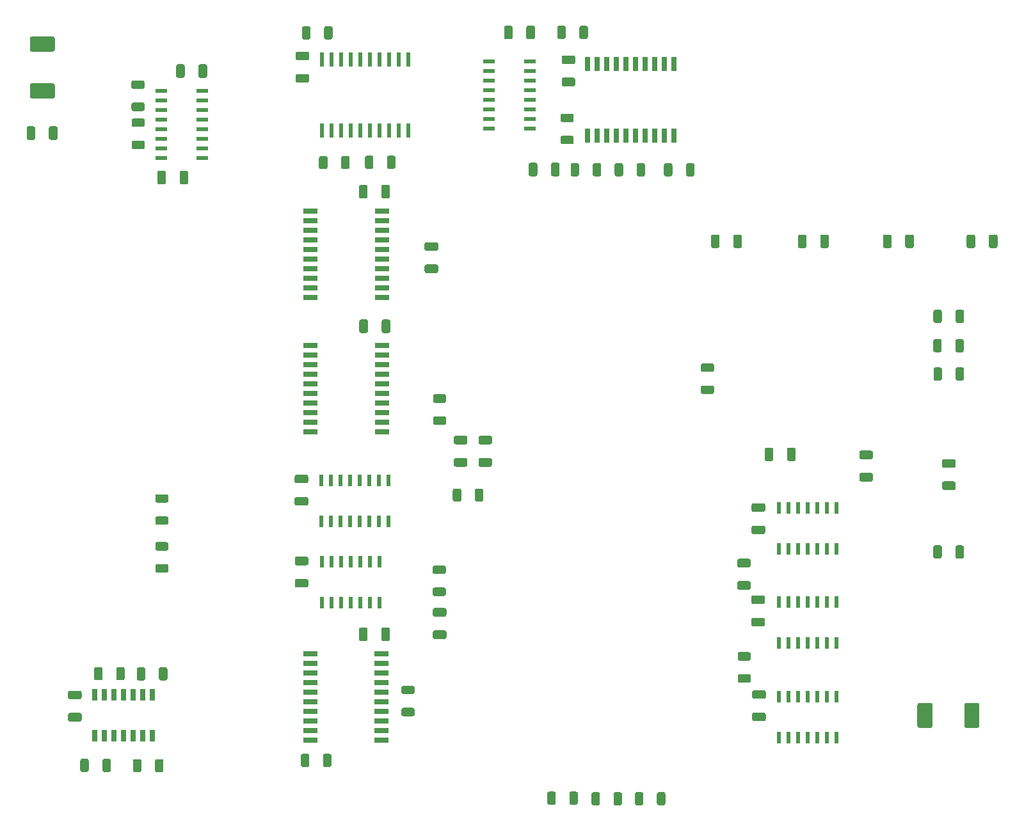
<source format=gbr>
%TF.GenerationSoftware,KiCad,Pcbnew,(5.1.12)-1*%
%TF.CreationDate,2022-10-26T16:15:56+02:00*%
%TF.ProjectId,dueottosei,6475656f-7474-46f7-9365-692e6b696361,rev?*%
%TF.SameCoordinates,Original*%
%TF.FileFunction,Paste,Top*%
%TF.FilePolarity,Positive*%
%FSLAX46Y46*%
G04 Gerber Fmt 4.6, Leading zero omitted, Abs format (unit mm)*
G04 Created by KiCad (PCBNEW (5.1.12)-1) date 2022-10-26 16:15:56*
%MOMM*%
%LPD*%
G01*
G04 APERTURE LIST*
%ADD10R,1.525000X0.600000*%
%ADD11R,0.600000X1.525000*%
%ADD12R,0.600000X1.950000*%
%ADD13R,1.950000X0.650000*%
%ADD14R,0.650000X1.950000*%
%ADD15R,0.650000X1.525000*%
G04 APERTURE END LIST*
D10*
%TO.C,U35*%
X146608000Y-44205000D03*
X146608000Y-45475000D03*
X146608000Y-46745000D03*
X146608000Y-48015000D03*
X146608000Y-49285000D03*
X146608000Y-50555000D03*
X146608000Y-51825000D03*
X146608000Y-53095000D03*
X152032000Y-53095000D03*
X152032000Y-51825000D03*
X152032000Y-50555000D03*
X152032000Y-49285000D03*
X152032000Y-48015000D03*
X152032000Y-46745000D03*
X152032000Y-45475000D03*
X152032000Y-44205000D03*
%TD*%
%TO.C,U36*%
X108642000Y-48045000D03*
X108642000Y-49315000D03*
X108642000Y-50585000D03*
X108642000Y-51855000D03*
X108642000Y-53125000D03*
X108642000Y-54395000D03*
X108642000Y-55665000D03*
X108642000Y-56935000D03*
X103218000Y-56935000D03*
X103218000Y-55665000D03*
X103218000Y-54395000D03*
X103218000Y-53125000D03*
X103218000Y-51855000D03*
X103218000Y-50585000D03*
X103218000Y-49315000D03*
X103218000Y-48045000D03*
%TD*%
D11*
%TO.C,U37*%
X124435000Y-105052000D03*
X125705000Y-105052000D03*
X126975000Y-105052000D03*
X128245000Y-105052000D03*
X129515000Y-105052000D03*
X130785000Y-105052000D03*
X132055000Y-105052000D03*
X133325000Y-105052000D03*
X133325000Y-99628000D03*
X132055000Y-99628000D03*
X130785000Y-99628000D03*
X129515000Y-99628000D03*
X128245000Y-99628000D03*
X126975000Y-99628000D03*
X125705000Y-99628000D03*
X124435000Y-99628000D03*
%TD*%
%TO.C,U43*%
X124460000Y-115852000D03*
X125730000Y-115852000D03*
X127000000Y-115852000D03*
X128270000Y-115852000D03*
X129540000Y-115852000D03*
X130810000Y-115852000D03*
X132080000Y-115852000D03*
X132080000Y-110428000D03*
X130810000Y-110428000D03*
X129540000Y-110428000D03*
X128270000Y-110428000D03*
X127000000Y-110428000D03*
X125730000Y-110428000D03*
X124460000Y-110428000D03*
%TD*%
D12*
%TO.C,U21*%
X124475000Y-53355000D03*
X125745000Y-53355000D03*
X127015000Y-53355000D03*
X128285000Y-53355000D03*
X129555000Y-53355000D03*
X130825000Y-53355000D03*
X132095000Y-53355000D03*
X133365000Y-53355000D03*
X134635000Y-53355000D03*
X135905000Y-53355000D03*
X135905000Y-43905000D03*
X134635000Y-43905000D03*
X133365000Y-43905000D03*
X132095000Y-43905000D03*
X130825000Y-43905000D03*
X129555000Y-43905000D03*
X128285000Y-43905000D03*
X127015000Y-43905000D03*
X125745000Y-43905000D03*
X124475000Y-43905000D03*
%TD*%
D11*
%TO.C,U15*%
X184920000Y-108742000D03*
X186190000Y-108742000D03*
X187460000Y-108742000D03*
X188730000Y-108742000D03*
X190000000Y-108742000D03*
X191270000Y-108742000D03*
X192540000Y-108742000D03*
X192540000Y-103318000D03*
X191270000Y-103318000D03*
X190000000Y-103318000D03*
X188730000Y-103318000D03*
X187460000Y-103318000D03*
X186190000Y-103318000D03*
X184920000Y-103318000D03*
%TD*%
%TO.C,U45*%
X184920000Y-121122000D03*
X186190000Y-121122000D03*
X187460000Y-121122000D03*
X188730000Y-121122000D03*
X190000000Y-121122000D03*
X191270000Y-121122000D03*
X192540000Y-121122000D03*
X192540000Y-115698000D03*
X191270000Y-115698000D03*
X190000000Y-115698000D03*
X188730000Y-115698000D03*
X187460000Y-115698000D03*
X186190000Y-115698000D03*
X184920000Y-115698000D03*
%TD*%
%TO.C,U28*%
X184930000Y-128228000D03*
X186200000Y-128228000D03*
X187470000Y-128228000D03*
X188740000Y-128228000D03*
X190010000Y-128228000D03*
X191280000Y-128228000D03*
X192550000Y-128228000D03*
X192550000Y-133652000D03*
X191280000Y-133652000D03*
X190010000Y-133652000D03*
X188740000Y-133652000D03*
X187470000Y-133652000D03*
X186200000Y-133652000D03*
X184930000Y-133652000D03*
%TD*%
%TO.C,C10*%
G36*
G01*
X86100000Y-40900000D02*
X88900000Y-40900000D01*
G75*
G02*
X89150000Y-41150000I0J-250000D01*
G01*
X89150000Y-42650000D01*
G75*
G02*
X88900000Y-42900000I-250000J0D01*
G01*
X86100000Y-42900000D01*
G75*
G02*
X85850000Y-42650000I0J250000D01*
G01*
X85850000Y-41150000D01*
G75*
G02*
X86100000Y-40900000I250000J0D01*
G01*
G37*
G36*
G01*
X86100000Y-47100000D02*
X88900000Y-47100000D01*
G75*
G02*
X89150000Y-47350000I0J-250000D01*
G01*
X89150000Y-48850000D01*
G75*
G02*
X88900000Y-49100000I-250000J0D01*
G01*
X86100000Y-49100000D01*
G75*
G02*
X85850000Y-48850000I0J250000D01*
G01*
X85850000Y-47350000D01*
G75*
G02*
X86100000Y-47100000I250000J0D01*
G01*
G37*
%TD*%
%TO.C,C11*%
G36*
G01*
X205260000Y-129350000D02*
X205260000Y-132150000D01*
G75*
G02*
X205010000Y-132400000I-250000J0D01*
G01*
X203510000Y-132400000D01*
G75*
G02*
X203260000Y-132150000I0J250000D01*
G01*
X203260000Y-129350000D01*
G75*
G02*
X203510000Y-129100000I250000J0D01*
G01*
X205010000Y-129100000D01*
G75*
G02*
X205260000Y-129350000I0J-250000D01*
G01*
G37*
G36*
G01*
X211460000Y-129350000D02*
X211460000Y-132150000D01*
G75*
G02*
X211210000Y-132400000I-250000J0D01*
G01*
X209710000Y-132400000D01*
G75*
G02*
X209460000Y-132150000I0J250000D01*
G01*
X209460000Y-129350000D01*
G75*
G02*
X209710000Y-129100000I250000J0D01*
G01*
X211210000Y-129100000D01*
G75*
G02*
X211460000Y-129350000I0J-250000D01*
G01*
G37*
%TD*%
%TO.C,C12*%
G36*
G01*
X88370000Y-54330001D02*
X88370000Y-53029999D01*
G75*
G02*
X88619999Y-52780000I249999J0D01*
G01*
X89270001Y-52780000D01*
G75*
G02*
X89520000Y-53029999I0J-249999D01*
G01*
X89520000Y-54330001D01*
G75*
G02*
X89270001Y-54580000I-249999J0D01*
G01*
X88619999Y-54580000D01*
G75*
G02*
X88370000Y-54330001I0J249999D01*
G01*
G37*
G36*
G01*
X85420000Y-54330001D02*
X85420000Y-53029999D01*
G75*
G02*
X85669999Y-52780000I249999J0D01*
G01*
X86320001Y-52780000D01*
G75*
G02*
X86570000Y-53029999I0J-249999D01*
G01*
X86570000Y-54330001D01*
G75*
G02*
X86320001Y-54580000I-249999J0D01*
G01*
X85669999Y-54580000D01*
G75*
G02*
X85420000Y-54330001I0J249999D01*
G01*
G37*
%TD*%
%TO.C,C13*%
G36*
G01*
X139610001Y-72220000D02*
X138309999Y-72220000D01*
G75*
G02*
X138060000Y-71970001I0J249999D01*
G01*
X138060000Y-71319999D01*
G75*
G02*
X138309999Y-71070000I249999J0D01*
G01*
X139610001Y-71070000D01*
G75*
G02*
X139860000Y-71319999I0J-249999D01*
G01*
X139860000Y-71970001D01*
G75*
G02*
X139610001Y-72220000I-249999J0D01*
G01*
G37*
G36*
G01*
X139610001Y-69270000D02*
X138309999Y-69270000D01*
G75*
G02*
X138060000Y-69020001I0J249999D01*
G01*
X138060000Y-68369999D01*
G75*
G02*
X138309999Y-68120000I249999J0D01*
G01*
X139610001Y-68120000D01*
G75*
G02*
X139860000Y-68369999I0J-249999D01*
G01*
X139860000Y-69020001D01*
G75*
G02*
X139610001Y-69270000I-249999J0D01*
G01*
G37*
%TD*%
%TO.C,C14*%
G36*
G01*
X145439999Y-96680000D02*
X146740001Y-96680000D01*
G75*
G02*
X146990000Y-96929999I0J-249999D01*
G01*
X146990000Y-97580001D01*
G75*
G02*
X146740001Y-97830000I-249999J0D01*
G01*
X145439999Y-97830000D01*
G75*
G02*
X145190000Y-97580001I0J249999D01*
G01*
X145190000Y-96929999D01*
G75*
G02*
X145439999Y-96680000I249999J0D01*
G01*
G37*
G36*
G01*
X145439999Y-93730000D02*
X146740001Y-93730000D01*
G75*
G02*
X146990000Y-93979999I0J-249999D01*
G01*
X146990000Y-94630001D01*
G75*
G02*
X146740001Y-94880000I-249999J0D01*
G01*
X145439999Y-94880000D01*
G75*
G02*
X145190000Y-94630001I0J249999D01*
G01*
X145190000Y-93979999D01*
G75*
G02*
X145439999Y-93730000I249999J0D01*
G01*
G37*
%TD*%
%TO.C,C15*%
G36*
G01*
X151830000Y-59150001D02*
X151830000Y-57849999D01*
G75*
G02*
X152079999Y-57600000I249999J0D01*
G01*
X152730001Y-57600000D01*
G75*
G02*
X152980000Y-57849999I0J-249999D01*
G01*
X152980000Y-59150001D01*
G75*
G02*
X152730001Y-59400000I-249999J0D01*
G01*
X152079999Y-59400000D01*
G75*
G02*
X151830000Y-59150001I0J249999D01*
G01*
G37*
G36*
G01*
X154780000Y-59150001D02*
X154780000Y-57849999D01*
G75*
G02*
X155029999Y-57600000I249999J0D01*
G01*
X155680001Y-57600000D01*
G75*
G02*
X155930000Y-57849999I0J-249999D01*
G01*
X155930000Y-59150001D01*
G75*
G02*
X155680001Y-59400000I-249999J0D01*
G01*
X155029999Y-59400000D01*
G75*
G02*
X154780000Y-59150001I0J249999D01*
G01*
G37*
%TD*%
%TO.C,C16*%
G36*
G01*
X130530000Y-60779999D02*
X130530000Y-62080001D01*
G75*
G02*
X130280001Y-62330000I-249999J0D01*
G01*
X129629999Y-62330000D01*
G75*
G02*
X129380000Y-62080001I0J249999D01*
G01*
X129380000Y-60779999D01*
G75*
G02*
X129629999Y-60530000I249999J0D01*
G01*
X130280001Y-60530000D01*
G75*
G02*
X130530000Y-60779999I0J-249999D01*
G01*
G37*
G36*
G01*
X133480000Y-60779999D02*
X133480000Y-62080001D01*
G75*
G02*
X133230001Y-62330000I-249999J0D01*
G01*
X132579999Y-62330000D01*
G75*
G02*
X132330000Y-62080001I0J249999D01*
G01*
X132330000Y-60779999D01*
G75*
G02*
X132579999Y-60530000I249999J0D01*
G01*
X133230001Y-60530000D01*
G75*
G02*
X133480000Y-60779999I0J-249999D01*
G01*
G37*
%TD*%
%TO.C,C17*%
G36*
G01*
X142179999Y-93730000D02*
X143480001Y-93730000D01*
G75*
G02*
X143730000Y-93979999I0J-249999D01*
G01*
X143730000Y-94630001D01*
G75*
G02*
X143480001Y-94880000I-249999J0D01*
G01*
X142179999Y-94880000D01*
G75*
G02*
X141930000Y-94630001I0J249999D01*
G01*
X141930000Y-93979999D01*
G75*
G02*
X142179999Y-93730000I249999J0D01*
G01*
G37*
G36*
G01*
X142179999Y-96680000D02*
X143480001Y-96680000D01*
G75*
G02*
X143730000Y-96929999I0J-249999D01*
G01*
X143730000Y-97580001D01*
G75*
G02*
X143480001Y-97830000I-249999J0D01*
G01*
X142179999Y-97830000D01*
G75*
G02*
X141930000Y-97580001I0J249999D01*
G01*
X141930000Y-96929999D01*
G75*
G02*
X142179999Y-96680000I249999J0D01*
G01*
G37*
%TD*%
%TO.C,C21*%
G36*
G01*
X121239999Y-42900000D02*
X122540001Y-42900000D01*
G75*
G02*
X122790000Y-43149999I0J-249999D01*
G01*
X122790000Y-43800001D01*
G75*
G02*
X122540001Y-44050000I-249999J0D01*
G01*
X121239999Y-44050000D01*
G75*
G02*
X120990000Y-43800001I0J249999D01*
G01*
X120990000Y-43149999D01*
G75*
G02*
X121239999Y-42900000I249999J0D01*
G01*
G37*
G36*
G01*
X121239999Y-45850000D02*
X122540001Y-45850000D01*
G75*
G02*
X122790000Y-46099999I0J-249999D01*
G01*
X122790000Y-46750001D01*
G75*
G02*
X122540001Y-47000000I-249999J0D01*
G01*
X121239999Y-47000000D01*
G75*
G02*
X120990000Y-46750001I0J249999D01*
G01*
X120990000Y-46099999D01*
G75*
G02*
X121239999Y-45850000I249999J0D01*
G01*
G37*
%TD*%
%TO.C,C22*%
G36*
G01*
X197130001Y-96850000D02*
X195829999Y-96850000D01*
G75*
G02*
X195580000Y-96600001I0J249999D01*
G01*
X195580000Y-95949999D01*
G75*
G02*
X195829999Y-95700000I249999J0D01*
G01*
X197130001Y-95700000D01*
G75*
G02*
X197380000Y-95949999I0J-249999D01*
G01*
X197380000Y-96600001D01*
G75*
G02*
X197130001Y-96850000I-249999J0D01*
G01*
G37*
G36*
G01*
X197130001Y-99800000D02*
X195829999Y-99800000D01*
G75*
G02*
X195580000Y-99550001I0J249999D01*
G01*
X195580000Y-98899999D01*
G75*
G02*
X195829999Y-98650000I249999J0D01*
G01*
X197130001Y-98650000D01*
G75*
G02*
X197380000Y-98899999I0J-249999D01*
G01*
X197380000Y-99550001D01*
G75*
G02*
X197130001Y-99800000I-249999J0D01*
G01*
G37*
%TD*%
%TO.C,C23*%
G36*
G01*
X121119999Y-98880000D02*
X122420001Y-98880000D01*
G75*
G02*
X122670000Y-99129999I0J-249999D01*
G01*
X122670000Y-99780001D01*
G75*
G02*
X122420001Y-100030000I-249999J0D01*
G01*
X121119999Y-100030000D01*
G75*
G02*
X120870000Y-99780001I0J249999D01*
G01*
X120870000Y-99129999D01*
G75*
G02*
X121119999Y-98880000I249999J0D01*
G01*
G37*
G36*
G01*
X121119999Y-101830000D02*
X122420001Y-101830000D01*
G75*
G02*
X122670000Y-102079999I0J-249999D01*
G01*
X122670000Y-102730001D01*
G75*
G02*
X122420001Y-102980000I-249999J0D01*
G01*
X121119999Y-102980000D01*
G75*
G02*
X120870000Y-102730001I0J249999D01*
G01*
X120870000Y-102079999D01*
G75*
G02*
X121119999Y-101830000I249999J0D01*
G01*
G37*
%TD*%
%TO.C,C24*%
G36*
G01*
X130530000Y-119369999D02*
X130530000Y-120670001D01*
G75*
G02*
X130280001Y-120920000I-249999J0D01*
G01*
X129629999Y-120920000D01*
G75*
G02*
X129380000Y-120670001I0J249999D01*
G01*
X129380000Y-119369999D01*
G75*
G02*
X129629999Y-119120000I249999J0D01*
G01*
X130280001Y-119120000D01*
G75*
G02*
X130530000Y-119369999I0J-249999D01*
G01*
G37*
G36*
G01*
X133480000Y-119369999D02*
X133480000Y-120670001D01*
G75*
G02*
X133230001Y-120920000I-249999J0D01*
G01*
X132579999Y-120920000D01*
G75*
G02*
X132330000Y-120670001I0J249999D01*
G01*
X132330000Y-119369999D01*
G75*
G02*
X132579999Y-119120000I249999J0D01*
G01*
X133230001Y-119120000D01*
G75*
G02*
X133480000Y-119369999I0J-249999D01*
G01*
G37*
%TD*%
%TO.C,C25*%
G36*
G01*
X91139999Y-127470000D02*
X92440001Y-127470000D01*
G75*
G02*
X92690000Y-127719999I0J-249999D01*
G01*
X92690000Y-128370001D01*
G75*
G02*
X92440001Y-128620000I-249999J0D01*
G01*
X91139999Y-128620000D01*
G75*
G02*
X90890000Y-128370001I0J249999D01*
G01*
X90890000Y-127719999D01*
G75*
G02*
X91139999Y-127470000I249999J0D01*
G01*
G37*
G36*
G01*
X91139999Y-130420000D02*
X92440001Y-130420000D01*
G75*
G02*
X92690000Y-130669999I0J-249999D01*
G01*
X92690000Y-131320001D01*
G75*
G02*
X92440001Y-131570000I-249999J0D01*
G01*
X91139999Y-131570000D01*
G75*
G02*
X90890000Y-131320001I0J249999D01*
G01*
X90890000Y-130669999D01*
G75*
G02*
X91139999Y-130420000I249999J0D01*
G01*
G37*
%TD*%
%TO.C,C27*%
G36*
G01*
X122440001Y-110880000D02*
X121139999Y-110880000D01*
G75*
G02*
X120890000Y-110630001I0J249999D01*
G01*
X120890000Y-109979999D01*
G75*
G02*
X121139999Y-109730000I249999J0D01*
G01*
X122440001Y-109730000D01*
G75*
G02*
X122690000Y-109979999I0J-249999D01*
G01*
X122690000Y-110630001D01*
G75*
G02*
X122440001Y-110880000I-249999J0D01*
G01*
G37*
G36*
G01*
X122440001Y-113830000D02*
X121139999Y-113830000D01*
G75*
G02*
X120890000Y-113580001I0J249999D01*
G01*
X120890000Y-112929999D01*
G75*
G02*
X121139999Y-112680000I249999J0D01*
G01*
X122440001Y-112680000D01*
G75*
G02*
X122690000Y-112929999I0J-249999D01*
G01*
X122690000Y-113580001D01*
G75*
G02*
X122440001Y-113830000I-249999J0D01*
G01*
G37*
%TD*%
%TO.C,C28*%
G36*
G01*
X156439999Y-43400000D02*
X157740001Y-43400000D01*
G75*
G02*
X157990000Y-43649999I0J-249999D01*
G01*
X157990000Y-44300001D01*
G75*
G02*
X157740001Y-44550000I-249999J0D01*
G01*
X156439999Y-44550000D01*
G75*
G02*
X156190000Y-44300001I0J249999D01*
G01*
X156190000Y-43649999D01*
G75*
G02*
X156439999Y-43400000I249999J0D01*
G01*
G37*
G36*
G01*
X156439999Y-46350000D02*
X157740001Y-46350000D01*
G75*
G02*
X157990000Y-46599999I0J-249999D01*
G01*
X157990000Y-47250001D01*
G75*
G02*
X157740001Y-47500000I-249999J0D01*
G01*
X156439999Y-47500000D01*
G75*
G02*
X156190000Y-47250001I0J249999D01*
G01*
X156190000Y-46599999D01*
G75*
G02*
X156439999Y-46350000I249999J0D01*
G01*
G37*
%TD*%
%TO.C,C29*%
G36*
G01*
X149720000Y-39709999D02*
X149720000Y-41010001D01*
G75*
G02*
X149470001Y-41260000I-249999J0D01*
G01*
X148819999Y-41260000D01*
G75*
G02*
X148570000Y-41010001I0J249999D01*
G01*
X148570000Y-39709999D01*
G75*
G02*
X148819999Y-39460000I249999J0D01*
G01*
X149470001Y-39460000D01*
G75*
G02*
X149720000Y-39709999I0J-249999D01*
G01*
G37*
G36*
G01*
X152670000Y-39709999D02*
X152670000Y-41010001D01*
G75*
G02*
X152420001Y-41260000I-249999J0D01*
G01*
X151769999Y-41260000D01*
G75*
G02*
X151520000Y-41010001I0J249999D01*
G01*
X151520000Y-39709999D01*
G75*
G02*
X151769999Y-39460000I249999J0D01*
G01*
X152420001Y-39460000D01*
G75*
G02*
X152670000Y-39709999I0J-249999D01*
G01*
G37*
%TD*%
%TO.C,C31*%
G36*
G01*
X209760000Y-68650001D02*
X209760000Y-67349999D01*
G75*
G02*
X210009999Y-67100000I249999J0D01*
G01*
X210660001Y-67100000D01*
G75*
G02*
X210910000Y-67349999I0J-249999D01*
G01*
X210910000Y-68650001D01*
G75*
G02*
X210660001Y-68900000I-249999J0D01*
G01*
X210009999Y-68900000D01*
G75*
G02*
X209760000Y-68650001I0J249999D01*
G01*
G37*
G36*
G01*
X212710000Y-68650001D02*
X212710000Y-67349999D01*
G75*
G02*
X212959999Y-67100000I249999J0D01*
G01*
X213610001Y-67100000D01*
G75*
G02*
X213860000Y-67349999I0J-249999D01*
G01*
X213860000Y-68650001D01*
G75*
G02*
X213610001Y-68900000I-249999J0D01*
G01*
X212959999Y-68900000D01*
G75*
G02*
X212710000Y-68650001I0J249999D01*
G01*
G37*
%TD*%
%TO.C,C32*%
G36*
G01*
X198700000Y-68650001D02*
X198700000Y-67349999D01*
G75*
G02*
X198949999Y-67100000I249999J0D01*
G01*
X199600001Y-67100000D01*
G75*
G02*
X199850000Y-67349999I0J-249999D01*
G01*
X199850000Y-68650001D01*
G75*
G02*
X199600001Y-68900000I-249999J0D01*
G01*
X198949999Y-68900000D01*
G75*
G02*
X198700000Y-68650001I0J249999D01*
G01*
G37*
G36*
G01*
X201650000Y-68650001D02*
X201650000Y-67349999D01*
G75*
G02*
X201899999Y-67100000I249999J0D01*
G01*
X202550001Y-67100000D01*
G75*
G02*
X202800000Y-67349999I0J-249999D01*
G01*
X202800000Y-68650001D01*
G75*
G02*
X202550001Y-68900000I-249999J0D01*
G01*
X201899999Y-68900000D01*
G75*
G02*
X201650000Y-68650001I0J249999D01*
G01*
G37*
%TD*%
%TO.C,C33*%
G36*
G01*
X190400000Y-68650001D02*
X190400000Y-67349999D01*
G75*
G02*
X190649999Y-67100000I249999J0D01*
G01*
X191300001Y-67100000D01*
G75*
G02*
X191550000Y-67349999I0J-249999D01*
G01*
X191550000Y-68650001D01*
G75*
G02*
X191300001Y-68900000I-249999J0D01*
G01*
X190649999Y-68900000D01*
G75*
G02*
X190400000Y-68650001I0J249999D01*
G01*
G37*
G36*
G01*
X187450000Y-68650001D02*
X187450000Y-67349999D01*
G75*
G02*
X187699999Y-67100000I249999J0D01*
G01*
X188350001Y-67100000D01*
G75*
G02*
X188600000Y-67349999I0J-249999D01*
G01*
X188600000Y-68650001D01*
G75*
G02*
X188350001Y-68900000I-249999J0D01*
G01*
X187699999Y-68900000D01*
G75*
G02*
X187450000Y-68650001I0J249999D01*
G01*
G37*
%TD*%
%TO.C,C34*%
G36*
G01*
X175950000Y-68650001D02*
X175950000Y-67349999D01*
G75*
G02*
X176199999Y-67100000I249999J0D01*
G01*
X176850001Y-67100000D01*
G75*
G02*
X177100000Y-67349999I0J-249999D01*
G01*
X177100000Y-68650001D01*
G75*
G02*
X176850001Y-68900000I-249999J0D01*
G01*
X176199999Y-68900000D01*
G75*
G02*
X175950000Y-68650001I0J249999D01*
G01*
G37*
G36*
G01*
X178900000Y-68650001D02*
X178900000Y-67349999D01*
G75*
G02*
X179149999Y-67100000I249999J0D01*
G01*
X179800001Y-67100000D01*
G75*
G02*
X180050000Y-67349999I0J-249999D01*
G01*
X180050000Y-68650001D01*
G75*
G02*
X179800001Y-68900000I-249999J0D01*
G01*
X179149999Y-68900000D01*
G75*
G02*
X178900000Y-68650001I0J249999D01*
G01*
G37*
%TD*%
%TO.C,C35*%
G36*
G01*
X103850000Y-58919999D02*
X103850000Y-60220001D01*
G75*
G02*
X103600001Y-60470000I-249999J0D01*
G01*
X102949999Y-60470000D01*
G75*
G02*
X102700000Y-60220001I0J249999D01*
G01*
X102700000Y-58919999D01*
G75*
G02*
X102949999Y-58670000I249999J0D01*
G01*
X103600001Y-58670000D01*
G75*
G02*
X103850000Y-58919999I0J-249999D01*
G01*
G37*
G36*
G01*
X106800000Y-58919999D02*
X106800000Y-60220001D01*
G75*
G02*
X106550001Y-60470000I-249999J0D01*
G01*
X105899999Y-60470000D01*
G75*
G02*
X105650000Y-60220001I0J249999D01*
G01*
X105650000Y-58919999D01*
G75*
G02*
X105899999Y-58670000I249999J0D01*
G01*
X106550001Y-58670000D01*
G75*
G02*
X106800000Y-58919999I0J-249999D01*
G01*
G37*
%TD*%
%TO.C,C36*%
G36*
G01*
X109290000Y-44819999D02*
X109290000Y-46120001D01*
G75*
G02*
X109040001Y-46370000I-249999J0D01*
G01*
X108389999Y-46370000D01*
G75*
G02*
X108140000Y-46120001I0J249999D01*
G01*
X108140000Y-44819999D01*
G75*
G02*
X108389999Y-44570000I249999J0D01*
G01*
X109040001Y-44570000D01*
G75*
G02*
X109290000Y-44819999I0J-249999D01*
G01*
G37*
G36*
G01*
X106340000Y-44819999D02*
X106340000Y-46120001D01*
G75*
G02*
X106090001Y-46370000I-249999J0D01*
G01*
X105439999Y-46370000D01*
G75*
G02*
X105190000Y-46120001I0J249999D01*
G01*
X105190000Y-44819999D01*
G75*
G02*
X105439999Y-44570000I249999J0D01*
G01*
X106090001Y-44570000D01*
G75*
G02*
X106340000Y-44819999I0J-249999D01*
G01*
G37*
%TD*%
%TO.C,C37*%
G36*
G01*
X182950001Y-128560000D02*
X181649999Y-128560000D01*
G75*
G02*
X181400000Y-128310001I0J249999D01*
G01*
X181400000Y-127659999D01*
G75*
G02*
X181649999Y-127410000I249999J0D01*
G01*
X182950001Y-127410000D01*
G75*
G02*
X183200000Y-127659999I0J-249999D01*
G01*
X183200000Y-128310001D01*
G75*
G02*
X182950001Y-128560000I-249999J0D01*
G01*
G37*
G36*
G01*
X182950001Y-131510000D02*
X181649999Y-131510000D01*
G75*
G02*
X181400000Y-131260001I0J249999D01*
G01*
X181400000Y-130609999D01*
G75*
G02*
X181649999Y-130360000I249999J0D01*
G01*
X182950001Y-130360000D01*
G75*
G02*
X183200000Y-130609999I0J-249999D01*
G01*
X183200000Y-131260001D01*
G75*
G02*
X182950001Y-131510000I-249999J0D01*
G01*
G37*
%TD*%
%TO.C,C41*%
G36*
G01*
X182840001Y-118970000D02*
X181539999Y-118970000D01*
G75*
G02*
X181290000Y-118720001I0J249999D01*
G01*
X181290000Y-118069999D01*
G75*
G02*
X181539999Y-117820000I249999J0D01*
G01*
X182840001Y-117820000D01*
G75*
G02*
X183090000Y-118069999I0J-249999D01*
G01*
X183090000Y-118720001D01*
G75*
G02*
X182840001Y-118970000I-249999J0D01*
G01*
G37*
G36*
G01*
X182840001Y-116020000D02*
X181539999Y-116020000D01*
G75*
G02*
X181290000Y-115770001I0J249999D01*
G01*
X181290000Y-115119999D01*
G75*
G02*
X181539999Y-114870000I249999J0D01*
G01*
X182840001Y-114870000D01*
G75*
G02*
X183090000Y-115119999I0J-249999D01*
G01*
X183090000Y-115770001D01*
G75*
G02*
X182840001Y-116020000I-249999J0D01*
G01*
G37*
%TD*%
%TO.C,C42*%
G36*
G01*
X181569999Y-105620000D02*
X182870001Y-105620000D01*
G75*
G02*
X183120000Y-105869999I0J-249999D01*
G01*
X183120000Y-106520001D01*
G75*
G02*
X182870001Y-106770000I-249999J0D01*
G01*
X181569999Y-106770000D01*
G75*
G02*
X181320000Y-106520001I0J249999D01*
G01*
X181320000Y-105869999D01*
G75*
G02*
X181569999Y-105620000I249999J0D01*
G01*
G37*
G36*
G01*
X181569999Y-102670000D02*
X182870001Y-102670000D01*
G75*
G02*
X183120000Y-102919999I0J-249999D01*
G01*
X183120000Y-103570001D01*
G75*
G02*
X182870001Y-103820000I-249999J0D01*
G01*
X181569999Y-103820000D01*
G75*
G02*
X181320000Y-103570001I0J249999D01*
G01*
X181320000Y-102919999D01*
G75*
G02*
X181569999Y-102670000I249999J0D01*
G01*
G37*
%TD*%
%TO.C,C43*%
G36*
G01*
X183050000Y-96850001D02*
X183050000Y-95549999D01*
G75*
G02*
X183299999Y-95300000I249999J0D01*
G01*
X183950001Y-95300000D01*
G75*
G02*
X184200000Y-95549999I0J-249999D01*
G01*
X184200000Y-96850001D01*
G75*
G02*
X183950001Y-97100000I-249999J0D01*
G01*
X183299999Y-97100000D01*
G75*
G02*
X183050000Y-96850001I0J249999D01*
G01*
G37*
G36*
G01*
X186000000Y-96850001D02*
X186000000Y-95549999D01*
G75*
G02*
X186249999Y-95300000I249999J0D01*
G01*
X186900001Y-95300000D01*
G75*
G02*
X187150000Y-95549999I0J-249999D01*
G01*
X187150000Y-96850001D01*
G75*
G02*
X186900001Y-97100000I-249999J0D01*
G01*
X186249999Y-97100000D01*
G75*
G02*
X186000000Y-96850001I0J249999D01*
G01*
G37*
%TD*%
%TO.C,C44*%
G36*
G01*
X208070001Y-97970000D02*
X206769999Y-97970000D01*
G75*
G02*
X206520000Y-97720001I0J249999D01*
G01*
X206520000Y-97069999D01*
G75*
G02*
X206769999Y-96820000I249999J0D01*
G01*
X208070001Y-96820000D01*
G75*
G02*
X208320000Y-97069999I0J-249999D01*
G01*
X208320000Y-97720001D01*
G75*
G02*
X208070001Y-97970000I-249999J0D01*
G01*
G37*
G36*
G01*
X208070001Y-100920000D02*
X206769999Y-100920000D01*
G75*
G02*
X206520000Y-100670001I0J249999D01*
G01*
X206520000Y-100019999D01*
G75*
G02*
X206769999Y-99770000I249999J0D01*
G01*
X208070001Y-99770000D01*
G75*
G02*
X208320000Y-100019999I0J-249999D01*
G01*
X208320000Y-100670001D01*
G75*
G02*
X208070001Y-100920000I-249999J0D01*
G01*
G37*
%TD*%
%TO.C,C45*%
G36*
G01*
X140700001Y-120640000D02*
X139399999Y-120640000D01*
G75*
G02*
X139150000Y-120390001I0J249999D01*
G01*
X139150000Y-119739999D01*
G75*
G02*
X139399999Y-119490000I249999J0D01*
G01*
X140700001Y-119490000D01*
G75*
G02*
X140950000Y-119739999I0J-249999D01*
G01*
X140950000Y-120390001D01*
G75*
G02*
X140700001Y-120640000I-249999J0D01*
G01*
G37*
G36*
G01*
X140700001Y-117690000D02*
X139399999Y-117690000D01*
G75*
G02*
X139150000Y-117440001I0J249999D01*
G01*
X139150000Y-116789999D01*
G75*
G02*
X139399999Y-116540000I249999J0D01*
G01*
X140700001Y-116540000D01*
G75*
G02*
X140950000Y-116789999I0J-249999D01*
G01*
X140950000Y-117440001D01*
G75*
G02*
X140700001Y-117690000I-249999J0D01*
G01*
G37*
%TD*%
%TO.C,C46*%
G36*
G01*
X180960001Y-111170000D02*
X179659999Y-111170000D01*
G75*
G02*
X179410000Y-110920001I0J249999D01*
G01*
X179410000Y-110269999D01*
G75*
G02*
X179659999Y-110020000I249999J0D01*
G01*
X180960001Y-110020000D01*
G75*
G02*
X181210000Y-110269999I0J-249999D01*
G01*
X181210000Y-110920001D01*
G75*
G02*
X180960001Y-111170000I-249999J0D01*
G01*
G37*
G36*
G01*
X180960001Y-114120000D02*
X179659999Y-114120000D01*
G75*
G02*
X179410000Y-113870001I0J249999D01*
G01*
X179410000Y-113219999D01*
G75*
G02*
X179659999Y-112970000I249999J0D01*
G01*
X180960001Y-112970000D01*
G75*
G02*
X181210000Y-113219999I0J-249999D01*
G01*
X181210000Y-113870001D01*
G75*
G02*
X180960001Y-114120000I-249999J0D01*
G01*
G37*
%TD*%
%TO.C,R11*%
G36*
G01*
X139374997Y-110905000D02*
X140625003Y-110905000D01*
G75*
G02*
X140875000Y-111154997I0J-249997D01*
G01*
X140875000Y-111780003D01*
G75*
G02*
X140625003Y-112030000I-249997J0D01*
G01*
X139374997Y-112030000D01*
G75*
G02*
X139125000Y-111780003I0J249997D01*
G01*
X139125000Y-111154997D01*
G75*
G02*
X139374997Y-110905000I249997J0D01*
G01*
G37*
G36*
G01*
X139374997Y-113830000D02*
X140625003Y-113830000D01*
G75*
G02*
X140875000Y-114079997I0J-249997D01*
G01*
X140875000Y-114705003D01*
G75*
G02*
X140625003Y-114955000I-249997J0D01*
G01*
X139374997Y-114955000D01*
G75*
G02*
X139125000Y-114705003I0J249997D01*
G01*
X139125000Y-114079997D01*
G75*
G02*
X139374997Y-113830000I249997J0D01*
G01*
G37*
%TD*%
%TO.C,R12*%
G36*
G01*
X176095003Y-88215000D02*
X174844997Y-88215000D01*
G75*
G02*
X174595000Y-87965003I0J249997D01*
G01*
X174595000Y-87339997D01*
G75*
G02*
X174844997Y-87090000I249997J0D01*
G01*
X176095003Y-87090000D01*
G75*
G02*
X176345000Y-87339997I0J-249997D01*
G01*
X176345000Y-87965003D01*
G75*
G02*
X176095003Y-88215000I-249997J0D01*
G01*
G37*
G36*
G01*
X176095003Y-85290000D02*
X174844997Y-85290000D01*
G75*
G02*
X174595000Y-85040003I0J249997D01*
G01*
X174595000Y-84414997D01*
G75*
G02*
X174844997Y-84165000I249997J0D01*
G01*
X176095003Y-84165000D01*
G75*
G02*
X176345000Y-84414997I0J-249997D01*
G01*
X176345000Y-85040003D01*
G75*
G02*
X176095003Y-85290000I-249997J0D01*
G01*
G37*
%TD*%
%TO.C,R13*%
G36*
G01*
X102684997Y-104400000D02*
X103935003Y-104400000D01*
G75*
G02*
X104185000Y-104649997I0J-249997D01*
G01*
X104185000Y-105275003D01*
G75*
G02*
X103935003Y-105525000I-249997J0D01*
G01*
X102684997Y-105525000D01*
G75*
G02*
X102435000Y-105275003I0J249997D01*
G01*
X102435000Y-104649997D01*
G75*
G02*
X102684997Y-104400000I249997J0D01*
G01*
G37*
G36*
G01*
X102684997Y-101475000D02*
X103935003Y-101475000D01*
G75*
G02*
X104185000Y-101724997I0J-249997D01*
G01*
X104185000Y-102350003D01*
G75*
G02*
X103935003Y-102600000I-249997J0D01*
G01*
X102684997Y-102600000D01*
G75*
G02*
X102435000Y-102350003I0J249997D01*
G01*
X102435000Y-101724997D01*
G75*
G02*
X102684997Y-101475000I249997J0D01*
G01*
G37*
%TD*%
%TO.C,R14*%
G36*
G01*
X103935003Y-111865000D02*
X102684997Y-111865000D01*
G75*
G02*
X102435000Y-111615003I0J249997D01*
G01*
X102435000Y-110989997D01*
G75*
G02*
X102684997Y-110740000I249997J0D01*
G01*
X103935003Y-110740000D01*
G75*
G02*
X104185000Y-110989997I0J-249997D01*
G01*
X104185000Y-111615003D01*
G75*
G02*
X103935003Y-111865000I-249997J0D01*
G01*
G37*
G36*
G01*
X103935003Y-108940000D02*
X102684997Y-108940000D01*
G75*
G02*
X102435000Y-108690003I0J249997D01*
G01*
X102435000Y-108064997D01*
G75*
G02*
X102684997Y-107815000I249997J0D01*
G01*
X103935003Y-107815000D01*
G75*
G02*
X104185000Y-108064997I0J-249997D01*
G01*
X104185000Y-108690003D01*
G75*
G02*
X103935003Y-108940000I-249997J0D01*
G01*
G37*
%TD*%
%TO.C,R15*%
G36*
G01*
X139424997Y-91170000D02*
X140675003Y-91170000D01*
G75*
G02*
X140925000Y-91419997I0J-249997D01*
G01*
X140925000Y-92045003D01*
G75*
G02*
X140675003Y-92295000I-249997J0D01*
G01*
X139424997Y-92295000D01*
G75*
G02*
X139175000Y-92045003I0J249997D01*
G01*
X139175000Y-91419997D01*
G75*
G02*
X139424997Y-91170000I249997J0D01*
G01*
G37*
G36*
G01*
X139424997Y-88245000D02*
X140675003Y-88245000D01*
G75*
G02*
X140925000Y-88494997I0J-249997D01*
G01*
X140925000Y-89120003D01*
G75*
G02*
X140675003Y-89370000I-249997J0D01*
G01*
X139424997Y-89370000D01*
G75*
G02*
X139175000Y-89120003I0J249997D01*
G01*
X139175000Y-88494997D01*
G75*
G02*
X139424997Y-88245000I249997J0D01*
G01*
G37*
%TD*%
%TO.C,R16*%
G36*
G01*
X209425000Y-77304997D02*
X209425000Y-78555003D01*
G75*
G02*
X209175003Y-78805000I-249997J0D01*
G01*
X208549997Y-78805000D01*
G75*
G02*
X208300000Y-78555003I0J249997D01*
G01*
X208300000Y-77304997D01*
G75*
G02*
X208549997Y-77055000I249997J0D01*
G01*
X209175003Y-77055000D01*
G75*
G02*
X209425000Y-77304997I0J-249997D01*
G01*
G37*
G36*
G01*
X206500000Y-77304997D02*
X206500000Y-78555003D01*
G75*
G02*
X206250003Y-78805000I-249997J0D01*
G01*
X205624997Y-78805000D01*
G75*
G02*
X205375000Y-78555003I0J249997D01*
G01*
X205375000Y-77304997D01*
G75*
G02*
X205624997Y-77055000I249997J0D01*
G01*
X206250003Y-77055000D01*
G75*
G02*
X206500000Y-77304997I0J-249997D01*
G01*
G37*
%TD*%
%TO.C,R17*%
G36*
G01*
X206480000Y-81194997D02*
X206480000Y-82445003D01*
G75*
G02*
X206230003Y-82695000I-249997J0D01*
G01*
X205604997Y-82695000D01*
G75*
G02*
X205355000Y-82445003I0J249997D01*
G01*
X205355000Y-81194997D01*
G75*
G02*
X205604997Y-80945000I249997J0D01*
G01*
X206230003Y-80945000D01*
G75*
G02*
X206480000Y-81194997I0J-249997D01*
G01*
G37*
G36*
G01*
X209405000Y-81194997D02*
X209405000Y-82445003D01*
G75*
G02*
X209155003Y-82695000I-249997J0D01*
G01*
X208529997Y-82695000D01*
G75*
G02*
X208280000Y-82445003I0J249997D01*
G01*
X208280000Y-81194997D01*
G75*
G02*
X208529997Y-80945000I249997J0D01*
G01*
X209155003Y-80945000D01*
G75*
G02*
X209405000Y-81194997I0J-249997D01*
G01*
G37*
%TD*%
%TO.C,R31*%
G36*
G01*
X157545003Y-55155000D02*
X156294997Y-55155000D01*
G75*
G02*
X156045000Y-54905003I0J249997D01*
G01*
X156045000Y-54279997D01*
G75*
G02*
X156294997Y-54030000I249997J0D01*
G01*
X157545003Y-54030000D01*
G75*
G02*
X157795000Y-54279997I0J-249997D01*
G01*
X157795000Y-54905003D01*
G75*
G02*
X157545003Y-55155000I-249997J0D01*
G01*
G37*
G36*
G01*
X157545003Y-52230000D02*
X156294997Y-52230000D01*
G75*
G02*
X156045000Y-51980003I0J249997D01*
G01*
X156045000Y-51354997D01*
G75*
G02*
X156294997Y-51105000I249997J0D01*
G01*
X157545003Y-51105000D01*
G75*
G02*
X157795000Y-51354997I0J-249997D01*
G01*
X157795000Y-51980003D01*
G75*
G02*
X157545003Y-52230000I-249997J0D01*
G01*
G37*
%TD*%
%TO.C,R32*%
G36*
G01*
X164320000Y-57904997D02*
X164320000Y-59155003D01*
G75*
G02*
X164070003Y-59405000I-249997J0D01*
G01*
X163444997Y-59405000D01*
G75*
G02*
X163195000Y-59155003I0J249997D01*
G01*
X163195000Y-57904997D01*
G75*
G02*
X163444997Y-57655000I249997J0D01*
G01*
X164070003Y-57655000D01*
G75*
G02*
X164320000Y-57904997I0J-249997D01*
G01*
G37*
G36*
G01*
X167245000Y-57904997D02*
X167245000Y-59155003D01*
G75*
G02*
X166995003Y-59405000I-249997J0D01*
G01*
X166369997Y-59405000D01*
G75*
G02*
X166120000Y-59155003I0J249997D01*
G01*
X166120000Y-57904997D01*
G75*
G02*
X166369997Y-57655000I249997J0D01*
G01*
X166995003Y-57655000D01*
G75*
G02*
X167245000Y-57904997I0J-249997D01*
G01*
G37*
%TD*%
%TO.C,R33*%
G36*
G01*
X173775000Y-57904997D02*
X173775000Y-59155003D01*
G75*
G02*
X173525003Y-59405000I-249997J0D01*
G01*
X172899997Y-59405000D01*
G75*
G02*
X172650000Y-59155003I0J249997D01*
G01*
X172650000Y-57904997D01*
G75*
G02*
X172899997Y-57655000I249997J0D01*
G01*
X173525003Y-57655000D01*
G75*
G02*
X173775000Y-57904997I0J-249997D01*
G01*
G37*
G36*
G01*
X170850000Y-57904997D02*
X170850000Y-59155003D01*
G75*
G02*
X170600003Y-59405000I-249997J0D01*
G01*
X169974997Y-59405000D01*
G75*
G02*
X169725000Y-59155003I0J249997D01*
G01*
X169725000Y-57904997D01*
G75*
G02*
X169974997Y-57655000I249997J0D01*
G01*
X170600003Y-57655000D01*
G75*
G02*
X170850000Y-57904997I0J-249997D01*
G01*
G37*
%TD*%
%TO.C,R34*%
G36*
G01*
X156740000Y-39724997D02*
X156740000Y-40975003D01*
G75*
G02*
X156490003Y-41225000I-249997J0D01*
G01*
X155864997Y-41225000D01*
G75*
G02*
X155615000Y-40975003I0J249997D01*
G01*
X155615000Y-39724997D01*
G75*
G02*
X155864997Y-39475000I249997J0D01*
G01*
X156490003Y-39475000D01*
G75*
G02*
X156740000Y-39724997I0J-249997D01*
G01*
G37*
G36*
G01*
X159665000Y-39724997D02*
X159665000Y-40975003D01*
G75*
G02*
X159415003Y-41225000I-249997J0D01*
G01*
X158789997Y-41225000D01*
G75*
G02*
X158540000Y-40975003I0J249997D01*
G01*
X158540000Y-39724997D01*
G75*
G02*
X158789997Y-39475000I249997J0D01*
G01*
X159415003Y-39475000D01*
G75*
G02*
X159665000Y-39724997I0J-249997D01*
G01*
G37*
%TD*%
%TO.C,R35*%
G36*
G01*
X124770000Y-41035003D02*
X124770000Y-39784997D01*
G75*
G02*
X125019997Y-39535000I249997J0D01*
G01*
X125645003Y-39535000D01*
G75*
G02*
X125895000Y-39784997I0J-249997D01*
G01*
X125895000Y-41035003D01*
G75*
G02*
X125645003Y-41285000I-249997J0D01*
G01*
X125019997Y-41285000D01*
G75*
G02*
X124770000Y-41035003I0J249997D01*
G01*
G37*
G36*
G01*
X121845000Y-41035003D02*
X121845000Y-39784997D01*
G75*
G02*
X122094997Y-39535000I249997J0D01*
G01*
X122720003Y-39535000D01*
G75*
G02*
X122970000Y-39784997I0J-249997D01*
G01*
X122970000Y-41035003D01*
G75*
G02*
X122720003Y-41285000I-249997J0D01*
G01*
X122094997Y-41285000D01*
G75*
G02*
X121845000Y-41035003I0J249997D01*
G01*
G37*
%TD*%
%TO.C,R36*%
G36*
G01*
X124095000Y-58205003D02*
X124095000Y-56954997D01*
G75*
G02*
X124344997Y-56705000I249997J0D01*
G01*
X124970003Y-56705000D01*
G75*
G02*
X125220000Y-56954997I0J-249997D01*
G01*
X125220000Y-58205003D01*
G75*
G02*
X124970003Y-58455000I-249997J0D01*
G01*
X124344997Y-58455000D01*
G75*
G02*
X124095000Y-58205003I0J249997D01*
G01*
G37*
G36*
G01*
X127020000Y-58205003D02*
X127020000Y-56954997D01*
G75*
G02*
X127269997Y-56705000I249997J0D01*
G01*
X127895003Y-56705000D01*
G75*
G02*
X128145000Y-56954997I0J-249997D01*
G01*
X128145000Y-58205003D01*
G75*
G02*
X127895003Y-58455000I-249997J0D01*
G01*
X127269997Y-58455000D01*
G75*
G02*
X127020000Y-58205003I0J249997D01*
G01*
G37*
%TD*%
%TO.C,R37*%
G36*
G01*
X100775003Y-47830000D02*
X99524997Y-47830000D01*
G75*
G02*
X99275000Y-47580003I0J249997D01*
G01*
X99275000Y-46954997D01*
G75*
G02*
X99524997Y-46705000I249997J0D01*
G01*
X100775003Y-46705000D01*
G75*
G02*
X101025000Y-46954997I0J-249997D01*
G01*
X101025000Y-47580003D01*
G75*
G02*
X100775003Y-47830000I-249997J0D01*
G01*
G37*
G36*
G01*
X100775003Y-50755000D02*
X99524997Y-50755000D01*
G75*
G02*
X99275000Y-50505003I0J249997D01*
G01*
X99275000Y-49879997D01*
G75*
G02*
X99524997Y-49630000I249997J0D01*
G01*
X100775003Y-49630000D01*
G75*
G02*
X101025000Y-49879997I0J-249997D01*
G01*
X101025000Y-50505003D01*
G75*
G02*
X100775003Y-50755000I-249997J0D01*
G01*
G37*
%TD*%
%TO.C,R38*%
G36*
G01*
X99544997Y-51745000D02*
X100795003Y-51745000D01*
G75*
G02*
X101045000Y-51994997I0J-249997D01*
G01*
X101045000Y-52620003D01*
G75*
G02*
X100795003Y-52870000I-249997J0D01*
G01*
X99544997Y-52870000D01*
G75*
G02*
X99295000Y-52620003I0J249997D01*
G01*
X99295000Y-51994997D01*
G75*
G02*
X99544997Y-51745000I249997J0D01*
G01*
G37*
G36*
G01*
X99544997Y-54670000D02*
X100795003Y-54670000D01*
G75*
G02*
X101045000Y-54919997I0J-249997D01*
G01*
X101045000Y-55545003D01*
G75*
G02*
X100795003Y-55795000I-249997J0D01*
G01*
X99544997Y-55795000D01*
G75*
G02*
X99295000Y-55545003I0J249997D01*
G01*
X99295000Y-54919997D01*
G75*
G02*
X99544997Y-54670000I249997J0D01*
G01*
G37*
%TD*%
%TO.C,R39*%
G36*
G01*
X133090000Y-58175003D02*
X133090000Y-56924997D01*
G75*
G02*
X133339997Y-56675000I249997J0D01*
G01*
X133965003Y-56675000D01*
G75*
G02*
X134215000Y-56924997I0J-249997D01*
G01*
X134215000Y-58175003D01*
G75*
G02*
X133965003Y-58425000I-249997J0D01*
G01*
X133339997Y-58425000D01*
G75*
G02*
X133090000Y-58175003I0J249997D01*
G01*
G37*
G36*
G01*
X130165000Y-58175003D02*
X130165000Y-56924997D01*
G75*
G02*
X130414997Y-56675000I249997J0D01*
G01*
X131040003Y-56675000D01*
G75*
G02*
X131290000Y-56924997I0J-249997D01*
G01*
X131290000Y-58175003D01*
G75*
G02*
X131040003Y-58425000I-249997J0D01*
G01*
X130414997Y-58425000D01*
G75*
G02*
X130165000Y-58175003I0J249997D01*
G01*
G37*
%TD*%
%TO.C,R41*%
G36*
G01*
X135244997Y-126815000D02*
X136495003Y-126815000D01*
G75*
G02*
X136745000Y-127064997I0J-249997D01*
G01*
X136745000Y-127690003D01*
G75*
G02*
X136495003Y-127940000I-249997J0D01*
G01*
X135244997Y-127940000D01*
G75*
G02*
X134995000Y-127690003I0J249997D01*
G01*
X134995000Y-127064997D01*
G75*
G02*
X135244997Y-126815000I249997J0D01*
G01*
G37*
G36*
G01*
X135244997Y-129740000D02*
X136495003Y-129740000D01*
G75*
G02*
X136745000Y-129989997I0J-249997D01*
G01*
X136745000Y-130615003D01*
G75*
G02*
X136495003Y-130865000I-249997J0D01*
G01*
X135244997Y-130865000D01*
G75*
G02*
X134995000Y-130615003I0J249997D01*
G01*
X134995000Y-129989997D01*
G75*
G02*
X135244997Y-129740000I249997J0D01*
G01*
G37*
%TD*%
%TO.C,R42*%
G36*
G01*
X95437500Y-137985003D02*
X95437500Y-136734997D01*
G75*
G02*
X95687497Y-136485000I249997J0D01*
G01*
X96312503Y-136485000D01*
G75*
G02*
X96562500Y-136734997I0J-249997D01*
G01*
X96562500Y-137985003D01*
G75*
G02*
X96312503Y-138235000I-249997J0D01*
G01*
X95687497Y-138235000D01*
G75*
G02*
X95437500Y-137985003I0J249997D01*
G01*
G37*
G36*
G01*
X92512500Y-137985003D02*
X92512500Y-136734997D01*
G75*
G02*
X92762497Y-136485000I249997J0D01*
G01*
X93387503Y-136485000D01*
G75*
G02*
X93637500Y-136734997I0J-249997D01*
G01*
X93637500Y-137985003D01*
G75*
G02*
X93387503Y-138235000I-249997J0D01*
G01*
X92762497Y-138235000D01*
G75*
G02*
X92512500Y-137985003I0J249997D01*
G01*
G37*
%TD*%
%TO.C,R43*%
G36*
G01*
X100600000Y-136774997D02*
X100600000Y-138025003D01*
G75*
G02*
X100350003Y-138275000I-249997J0D01*
G01*
X99724997Y-138275000D01*
G75*
G02*
X99475000Y-138025003I0J249997D01*
G01*
X99475000Y-136774997D01*
G75*
G02*
X99724997Y-136525000I249997J0D01*
G01*
X100350003Y-136525000D01*
G75*
G02*
X100600000Y-136774997I0J-249997D01*
G01*
G37*
G36*
G01*
X103525000Y-136774997D02*
X103525000Y-138025003D01*
G75*
G02*
X103275003Y-138275000I-249997J0D01*
G01*
X102649997Y-138275000D01*
G75*
G02*
X102400000Y-138025003I0J249997D01*
G01*
X102400000Y-136774997D01*
G75*
G02*
X102649997Y-136525000I249997J0D01*
G01*
X103275003Y-136525000D01*
G75*
G02*
X103525000Y-136774997I0J-249997D01*
G01*
G37*
%TD*%
%TO.C,R44*%
G36*
G01*
X104037500Y-124624997D02*
X104037500Y-125875003D01*
G75*
G02*
X103787503Y-126125000I-249997J0D01*
G01*
X103162497Y-126125000D01*
G75*
G02*
X102912500Y-125875003I0J249997D01*
G01*
X102912500Y-124624997D01*
G75*
G02*
X103162497Y-124375000I249997J0D01*
G01*
X103787503Y-124375000D01*
G75*
G02*
X104037500Y-124624997I0J-249997D01*
G01*
G37*
G36*
G01*
X101112500Y-124624997D02*
X101112500Y-125875003D01*
G75*
G02*
X100862503Y-126125000I-249997J0D01*
G01*
X100237497Y-126125000D01*
G75*
G02*
X99987500Y-125875003I0J249997D01*
G01*
X99987500Y-124624997D01*
G75*
G02*
X100237497Y-124375000I249997J0D01*
G01*
X100862503Y-124375000D01*
G75*
G02*
X101112500Y-124624997I0J-249997D01*
G01*
G37*
%TD*%
%TO.C,R45*%
G36*
G01*
X94345000Y-125855003D02*
X94345000Y-124604997D01*
G75*
G02*
X94594997Y-124355000I249997J0D01*
G01*
X95220003Y-124355000D01*
G75*
G02*
X95470000Y-124604997I0J-249997D01*
G01*
X95470000Y-125855003D01*
G75*
G02*
X95220003Y-126105000I-249997J0D01*
G01*
X94594997Y-126105000D01*
G75*
G02*
X94345000Y-125855003I0J249997D01*
G01*
G37*
G36*
G01*
X97270000Y-125855003D02*
X97270000Y-124604997D01*
G75*
G02*
X97519997Y-124355000I249997J0D01*
G01*
X98145003Y-124355000D01*
G75*
G02*
X98395000Y-124604997I0J-249997D01*
G01*
X98395000Y-125855003D01*
G75*
G02*
X98145003Y-126105000I-249997J0D01*
G01*
X97519997Y-126105000D01*
G75*
G02*
X97270000Y-125855003I0J249997D01*
G01*
G37*
%TD*%
%TO.C,R46*%
G36*
G01*
X180975003Y-126425000D02*
X179724997Y-126425000D01*
G75*
G02*
X179475000Y-126175003I0J249997D01*
G01*
X179475000Y-125549997D01*
G75*
G02*
X179724997Y-125300000I249997J0D01*
G01*
X180975003Y-125300000D01*
G75*
G02*
X181225000Y-125549997I0J-249997D01*
G01*
X181225000Y-126175003D01*
G75*
G02*
X180975003Y-126425000I-249997J0D01*
G01*
G37*
G36*
G01*
X180975003Y-123500000D02*
X179724997Y-123500000D01*
G75*
G02*
X179475000Y-123250003I0J249997D01*
G01*
X179475000Y-122624997D01*
G75*
G02*
X179724997Y-122375000I249997J0D01*
G01*
X180975003Y-122375000D01*
G75*
G02*
X181225000Y-122624997I0J-249997D01*
G01*
X181225000Y-123250003D01*
G75*
G02*
X180975003Y-123500000I-249997J0D01*
G01*
G37*
%TD*%
%TO.C,R47*%
G36*
G01*
X160300000Y-59155003D02*
X160300000Y-57904997D01*
G75*
G02*
X160549997Y-57655000I249997J0D01*
G01*
X161175003Y-57655000D01*
G75*
G02*
X161425000Y-57904997I0J-249997D01*
G01*
X161425000Y-59155003D01*
G75*
G02*
X161175003Y-59405000I-249997J0D01*
G01*
X160549997Y-59405000D01*
G75*
G02*
X160300000Y-59155003I0J249997D01*
G01*
G37*
G36*
G01*
X157375000Y-59155003D02*
X157375000Y-57904997D01*
G75*
G02*
X157624997Y-57655000I249997J0D01*
G01*
X158250003Y-57655000D01*
G75*
G02*
X158500000Y-57904997I0J-249997D01*
G01*
X158500000Y-59155003D01*
G75*
G02*
X158250003Y-59405000I-249997J0D01*
G01*
X157624997Y-59405000D01*
G75*
G02*
X157375000Y-59155003I0J249997D01*
G01*
G37*
%TD*%
%TO.C,R48*%
G36*
G01*
X209415000Y-108484997D02*
X209415000Y-109735003D01*
G75*
G02*
X209165003Y-109985000I-249997J0D01*
G01*
X208539997Y-109985000D01*
G75*
G02*
X208290000Y-109735003I0J249997D01*
G01*
X208290000Y-108484997D01*
G75*
G02*
X208539997Y-108235000I249997J0D01*
G01*
X209165003Y-108235000D01*
G75*
G02*
X209415000Y-108484997I0J-249997D01*
G01*
G37*
G36*
G01*
X206490000Y-108484997D02*
X206490000Y-109735003D01*
G75*
G02*
X206240003Y-109985000I-249997J0D01*
G01*
X205614997Y-109985000D01*
G75*
G02*
X205365000Y-109735003I0J249997D01*
G01*
X205365000Y-108484997D01*
G75*
G02*
X205614997Y-108235000I249997J0D01*
G01*
X206240003Y-108235000D01*
G75*
G02*
X206490000Y-108484997I0J-249997D01*
G01*
G37*
%TD*%
%TO.C,R49*%
G36*
G01*
X121695000Y-137335003D02*
X121695000Y-136084997D01*
G75*
G02*
X121944997Y-135835000I249997J0D01*
G01*
X122570003Y-135835000D01*
G75*
G02*
X122820000Y-136084997I0J-249997D01*
G01*
X122820000Y-137335003D01*
G75*
G02*
X122570003Y-137585000I-249997J0D01*
G01*
X121944997Y-137585000D01*
G75*
G02*
X121695000Y-137335003I0J249997D01*
G01*
G37*
G36*
G01*
X124620000Y-137335003D02*
X124620000Y-136084997D01*
G75*
G02*
X124869997Y-135835000I249997J0D01*
G01*
X125495003Y-135835000D01*
G75*
G02*
X125745000Y-136084997I0J-249997D01*
G01*
X125745000Y-137335003D01*
G75*
G02*
X125495003Y-137585000I-249997J0D01*
G01*
X124869997Y-137585000D01*
G75*
G02*
X124620000Y-137335003I0J249997D01*
G01*
G37*
%TD*%
%TO.C,R50*%
G36*
G01*
X144720000Y-102215003D02*
X144720000Y-100964997D01*
G75*
G02*
X144969997Y-100715000I249997J0D01*
G01*
X145595003Y-100715000D01*
G75*
G02*
X145845000Y-100964997I0J-249997D01*
G01*
X145845000Y-102215003D01*
G75*
G02*
X145595003Y-102465000I-249997J0D01*
G01*
X144969997Y-102465000D01*
G75*
G02*
X144720000Y-102215003I0J249997D01*
G01*
G37*
G36*
G01*
X141795000Y-102215003D02*
X141795000Y-100964997D01*
G75*
G02*
X142044997Y-100715000I249997J0D01*
G01*
X142670003Y-100715000D01*
G75*
G02*
X142920000Y-100964997I0J-249997D01*
G01*
X142920000Y-102215003D01*
G75*
G02*
X142670003Y-102465000I-249997J0D01*
G01*
X142044997Y-102465000D01*
G75*
G02*
X141795000Y-102215003I0J249997D01*
G01*
G37*
%TD*%
%TO.C,R110*%
G36*
G01*
X209435000Y-84934997D02*
X209435000Y-86185003D01*
G75*
G02*
X209185003Y-86435000I-249997J0D01*
G01*
X208559997Y-86435000D01*
G75*
G02*
X208310000Y-86185003I0J249997D01*
G01*
X208310000Y-84934997D01*
G75*
G02*
X208559997Y-84685000I249997J0D01*
G01*
X209185003Y-84685000D01*
G75*
G02*
X209435000Y-84934997I0J-249997D01*
G01*
G37*
G36*
G01*
X206510000Y-84934997D02*
X206510000Y-86185003D01*
G75*
G02*
X206260003Y-86435000I-249997J0D01*
G01*
X205634997Y-86435000D01*
G75*
G02*
X205385000Y-86185003I0J249997D01*
G01*
X205385000Y-84934997D01*
G75*
G02*
X205634997Y-84685000I249997J0D01*
G01*
X206260003Y-84685000D01*
G75*
G02*
X206510000Y-84934997I0J-249997D01*
G01*
G37*
%TD*%
%TO.C,R311*%
G36*
G01*
X168800000Y-142395003D02*
X168800000Y-141144997D01*
G75*
G02*
X169049997Y-140895000I249997J0D01*
G01*
X169675003Y-140895000D01*
G75*
G02*
X169925000Y-141144997I0J-249997D01*
G01*
X169925000Y-142395003D01*
G75*
G02*
X169675003Y-142645000I-249997J0D01*
G01*
X169049997Y-142645000D01*
G75*
G02*
X168800000Y-142395003I0J249997D01*
G01*
G37*
G36*
G01*
X165875000Y-142395003D02*
X165875000Y-141144997D01*
G75*
G02*
X166124997Y-140895000I249997J0D01*
G01*
X166750003Y-140895000D01*
G75*
G02*
X167000000Y-141144997I0J-249997D01*
G01*
X167000000Y-142395003D01*
G75*
G02*
X166750003Y-142645000I-249997J0D01*
G01*
X166124997Y-142645000D01*
G75*
G02*
X165875000Y-142395003I0J249997D01*
G01*
G37*
%TD*%
%TO.C,R312*%
G36*
G01*
X163060000Y-142415003D02*
X163060000Y-141164997D01*
G75*
G02*
X163309997Y-140915000I249997J0D01*
G01*
X163935003Y-140915000D01*
G75*
G02*
X164185000Y-141164997I0J-249997D01*
G01*
X164185000Y-142415003D01*
G75*
G02*
X163935003Y-142665000I-249997J0D01*
G01*
X163309997Y-142665000D01*
G75*
G02*
X163060000Y-142415003I0J249997D01*
G01*
G37*
G36*
G01*
X160135000Y-142415003D02*
X160135000Y-141164997D01*
G75*
G02*
X160384997Y-140915000I249997J0D01*
G01*
X161010003Y-140915000D01*
G75*
G02*
X161260000Y-141164997I0J-249997D01*
G01*
X161260000Y-142415003D01*
G75*
G02*
X161010003Y-142665000I-249997J0D01*
G01*
X160384997Y-142665000D01*
G75*
G02*
X160135000Y-142415003I0J249997D01*
G01*
G37*
%TD*%
%TO.C,R313*%
G36*
G01*
X157210000Y-142325003D02*
X157210000Y-141074997D01*
G75*
G02*
X157459997Y-140825000I249997J0D01*
G01*
X158085003Y-140825000D01*
G75*
G02*
X158335000Y-141074997I0J-249997D01*
G01*
X158335000Y-142325003D01*
G75*
G02*
X158085003Y-142575000I-249997J0D01*
G01*
X157459997Y-142575000D01*
G75*
G02*
X157210000Y-142325003I0J249997D01*
G01*
G37*
G36*
G01*
X154285000Y-142325003D02*
X154285000Y-141074997D01*
G75*
G02*
X154534997Y-140825000I249997J0D01*
G01*
X155160003Y-140825000D01*
G75*
G02*
X155410000Y-141074997I0J-249997D01*
G01*
X155410000Y-142325003D01*
G75*
G02*
X155160003Y-142575000I-249997J0D01*
G01*
X154534997Y-142575000D01*
G75*
G02*
X154285000Y-142325003I0J249997D01*
G01*
G37*
%TD*%
%TO.C,C26*%
G36*
G01*
X133530000Y-78589999D02*
X133530000Y-79890001D01*
G75*
G02*
X133280001Y-80140000I-249999J0D01*
G01*
X132629999Y-80140000D01*
G75*
G02*
X132380000Y-79890001I0J249999D01*
G01*
X132380000Y-78589999D01*
G75*
G02*
X132629999Y-78340000I249999J0D01*
G01*
X133280001Y-78340000D01*
G75*
G02*
X133530000Y-78589999I0J-249999D01*
G01*
G37*
G36*
G01*
X130580000Y-78589999D02*
X130580000Y-79890001D01*
G75*
G02*
X130330001Y-80140000I-249999J0D01*
G01*
X129679999Y-80140000D01*
G75*
G02*
X129430000Y-79890001I0J249999D01*
G01*
X129430000Y-78589999D01*
G75*
G02*
X129679999Y-78340000I249999J0D01*
G01*
X130330001Y-78340000D01*
G75*
G02*
X130580000Y-78589999I0J-249999D01*
G01*
G37*
%TD*%
D13*
%TO.C,U24*%
X122925000Y-122635000D03*
X122925000Y-123905000D03*
X122925000Y-125175000D03*
X122925000Y-126445000D03*
X122925000Y-127715000D03*
X122925000Y-128985000D03*
X122925000Y-130255000D03*
X122925000Y-131525000D03*
X122925000Y-132795000D03*
X122925000Y-134065000D03*
X132375000Y-134065000D03*
X132375000Y-132795000D03*
X132375000Y-131525000D03*
X132375000Y-130255000D03*
X132375000Y-128985000D03*
X132375000Y-127715000D03*
X132375000Y-126445000D03*
X132375000Y-125175000D03*
X132375000Y-123905000D03*
X132375000Y-122635000D03*
%TD*%
%TO.C,U25*%
X132445000Y-81805000D03*
X132445000Y-83075000D03*
X132445000Y-84345000D03*
X132445000Y-85615000D03*
X132445000Y-86885000D03*
X132445000Y-88155000D03*
X132445000Y-89425000D03*
X132445000Y-90695000D03*
X132445000Y-91965000D03*
X132445000Y-93235000D03*
X122995000Y-93235000D03*
X122995000Y-91965000D03*
X122995000Y-90695000D03*
X122995000Y-89425000D03*
X122995000Y-88155000D03*
X122995000Y-86885000D03*
X122995000Y-85615000D03*
X122995000Y-84345000D03*
X122995000Y-83075000D03*
X122995000Y-81805000D03*
%TD*%
%TO.C,U26*%
X132445000Y-63965000D03*
X132445000Y-65235000D03*
X132445000Y-66505000D03*
X132445000Y-67775000D03*
X132445000Y-69045000D03*
X132445000Y-70315000D03*
X132445000Y-71585000D03*
X132445000Y-72855000D03*
X132445000Y-74125000D03*
X132445000Y-75395000D03*
X122995000Y-75395000D03*
X122995000Y-74125000D03*
X122995000Y-72855000D03*
X122995000Y-71585000D03*
X122995000Y-70315000D03*
X122995000Y-69045000D03*
X122995000Y-67775000D03*
X122995000Y-66505000D03*
X122995000Y-65235000D03*
X122995000Y-63965000D03*
%TD*%
D14*
%TO.C,U29*%
X159625000Y-53995000D03*
X160895000Y-53995000D03*
X162165000Y-53995000D03*
X163435000Y-53995000D03*
X164705000Y-53995000D03*
X165975000Y-53995000D03*
X167245000Y-53995000D03*
X168515000Y-53995000D03*
X169785000Y-53995000D03*
X171055000Y-53995000D03*
X171055000Y-44545000D03*
X169785000Y-44545000D03*
X168515000Y-44545000D03*
X167245000Y-44545000D03*
X165975000Y-44545000D03*
X164705000Y-44545000D03*
X163435000Y-44545000D03*
X162165000Y-44545000D03*
X160895000Y-44545000D03*
X159625000Y-44545000D03*
%TD*%
D15*
%TO.C,U42*%
X94440000Y-128038000D03*
X95710000Y-128038000D03*
X96980000Y-128038000D03*
X98250000Y-128038000D03*
X99520000Y-128038000D03*
X100790000Y-128038000D03*
X102060000Y-128038000D03*
X102060000Y-133462000D03*
X100790000Y-133462000D03*
X99520000Y-133462000D03*
X98250000Y-133462000D03*
X96980000Y-133462000D03*
X95710000Y-133462000D03*
X94440000Y-133462000D03*
%TD*%
M02*

</source>
